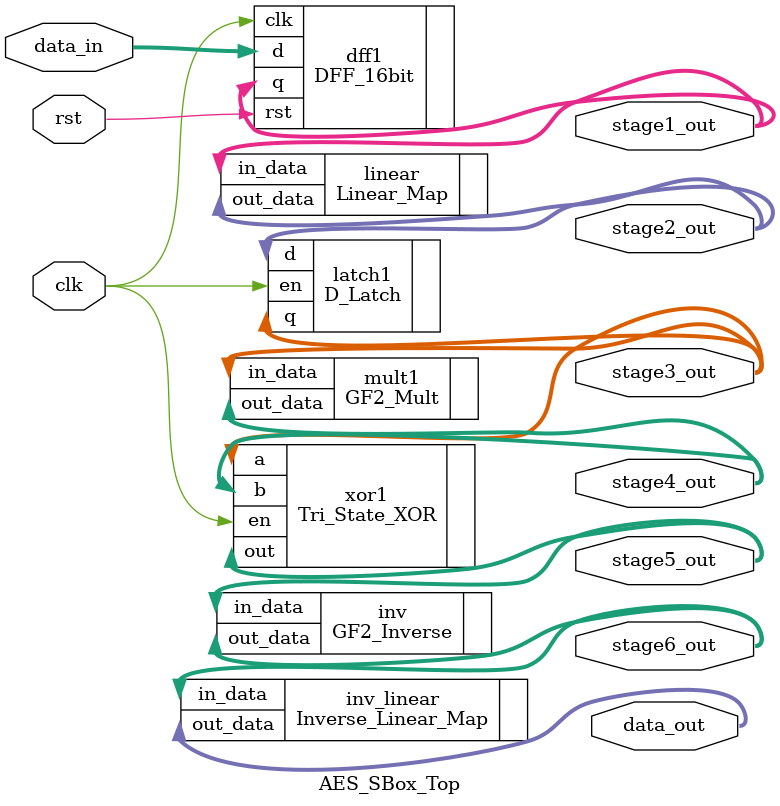
<source format=v>
module AES_SBox_Top (
    input wire clk,
    input wire rst,
    input wire [15:0] data_in,
    output wire [15:0] data_out,
    output wire [15:0] stage1_out, stage2_out, stage3_out, stage4_out, stage5_out, stage6_out
);
    
    DFF_16bit dff1 (.clk(clk), .rst(rst), .d(data_in), .q(stage1_out));
    Linear_Map linear (.in_data(stage1_out), .out_data(stage2_out));
    D_Latch latch1 (.d(stage2_out), .en(clk), .q(stage3_out));
    GF2_Mult mult1 (.in_data(stage3_out), .out_data(stage4_out));
    Tri_State_XOR xor1 (.a(stage3_out), .b(stage4_out), .en(clk), .out(stage5_out));
    GF2_Inverse inv (.in_data(stage5_out), .out_data(stage6_out));
    Inverse_Linear_Map inv_linear (.in_data(stage6_out), .out_data(data_out));
endmodule


</source>
